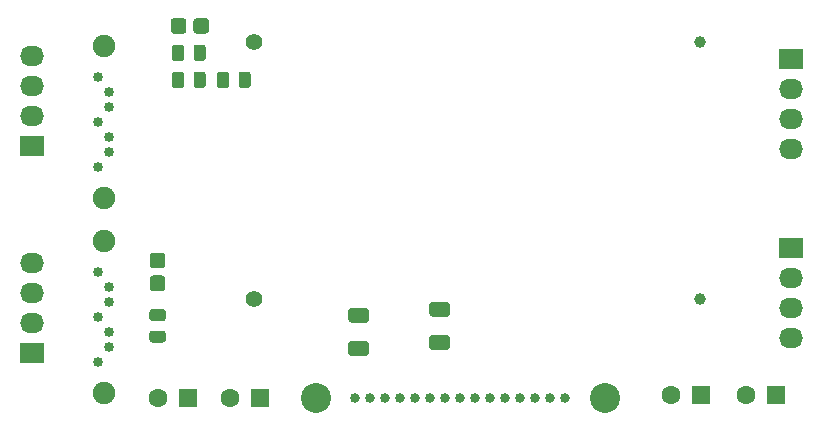
<source format=gbr>
%TF.GenerationSoftware,KiCad,Pcbnew,(5.1.10)-1*%
%TF.CreationDate,2021-07-19T20:27:22+08:00*%
%TF.ProjectId,2.5_SAS_Backend,322e355f-5341-4535-9f42-61636b656e64,rev?*%
%TF.SameCoordinates,Original*%
%TF.FileFunction,Soldermask,Top*%
%TF.FilePolarity,Negative*%
%FSLAX46Y46*%
G04 Gerber Fmt 4.6, Leading zero omitted, Abs format (unit mm)*
G04 Created by KiCad (PCBNEW (5.1.10)-1) date 2021-07-19 20:27:22*
%MOMM*%
%LPD*%
G01*
G04 APERTURE LIST*
%ADD10C,1.000000*%
%ADD11C,1.400000*%
%ADD12C,1.900000*%
%ADD13C,0.850000*%
%ADD14C,0.840000*%
%ADD15C,2.540000*%
%ADD16C,1.600000*%
%ADD17R,1.600000X1.600000*%
%ADD18R,2.030000X1.730000*%
%ADD19O,2.030000X1.730000*%
G04 APERTURE END LIST*
%TO.C,F2*%
G36*
G01*
X67955000Y-58941000D02*
X69205000Y-58941000D01*
G75*
G02*
X69455000Y-59191000I0J-250000D01*
G01*
X69455000Y-59941000D01*
G75*
G02*
X69205000Y-60191000I-250000J0D01*
G01*
X67955000Y-60191000D01*
G75*
G02*
X67705000Y-59941000I0J250000D01*
G01*
X67705000Y-59191000D01*
G75*
G02*
X67955000Y-58941000I250000J0D01*
G01*
G37*
G36*
G01*
X67955000Y-56141000D02*
X69205000Y-56141000D01*
G75*
G02*
X69455000Y-56391000I0J-250000D01*
G01*
X69455000Y-57141000D01*
G75*
G02*
X69205000Y-57391000I-250000J0D01*
G01*
X67955000Y-57391000D01*
G75*
G02*
X67705000Y-57141000I0J250000D01*
G01*
X67705000Y-56391000D01*
G75*
G02*
X67955000Y-56141000I250000J0D01*
G01*
G37*
%TD*%
%TO.C,F1*%
G36*
G01*
X61097000Y-59449000D02*
X62347000Y-59449000D01*
G75*
G02*
X62597000Y-59699000I0J-250000D01*
G01*
X62597000Y-60449000D01*
G75*
G02*
X62347000Y-60699000I-250000J0D01*
G01*
X61097000Y-60699000D01*
G75*
G02*
X60847000Y-60449000I0J250000D01*
G01*
X60847000Y-59699000D01*
G75*
G02*
X61097000Y-59449000I250000J0D01*
G01*
G37*
G36*
G01*
X61097000Y-56649000D02*
X62347000Y-56649000D01*
G75*
G02*
X62597000Y-56899000I0J-250000D01*
G01*
X62597000Y-57649000D01*
G75*
G02*
X62347000Y-57899000I-250000J0D01*
G01*
X61097000Y-57899000D01*
G75*
G02*
X60847000Y-57649000I0J250000D01*
G01*
X60847000Y-56899000D01*
G75*
G02*
X61097000Y-56649000I250000J0D01*
G01*
G37*
%TD*%
D10*
%TO.C,U1*%
X90630000Y-34163000D03*
D11*
X52880000Y-34163000D03*
%TD*%
%TO.C,R4*%
G36*
G01*
X46947500Y-34601999D02*
X46947500Y-35502001D01*
G75*
G02*
X46697501Y-35752000I-249999J0D01*
G01*
X46172499Y-35752000D01*
G75*
G02*
X45922500Y-35502001I0J249999D01*
G01*
X45922500Y-34601999D01*
G75*
G02*
X46172499Y-34352000I249999J0D01*
G01*
X46697501Y-34352000D01*
G75*
G02*
X46947500Y-34601999I0J-249999D01*
G01*
G37*
G36*
G01*
X48772500Y-34601999D02*
X48772500Y-35502001D01*
G75*
G02*
X48522501Y-35752000I-249999J0D01*
G01*
X47997499Y-35752000D01*
G75*
G02*
X47747500Y-35502001I0J249999D01*
G01*
X47747500Y-34601999D01*
G75*
G02*
X47997499Y-34352000I249999J0D01*
G01*
X48522501Y-34352000D01*
G75*
G02*
X48772500Y-34601999I0J-249999D01*
G01*
G37*
%TD*%
%TO.C,R3*%
G36*
G01*
X47747500Y-37788001D02*
X47747500Y-36887999D01*
G75*
G02*
X47997499Y-36638000I249999J0D01*
G01*
X48522501Y-36638000D01*
G75*
G02*
X48772500Y-36887999I0J-249999D01*
G01*
X48772500Y-37788001D01*
G75*
G02*
X48522501Y-38038000I-249999J0D01*
G01*
X47997499Y-38038000D01*
G75*
G02*
X47747500Y-37788001I0J249999D01*
G01*
G37*
G36*
G01*
X45922500Y-37788001D02*
X45922500Y-36887999D01*
G75*
G02*
X46172499Y-36638000I249999J0D01*
G01*
X46697501Y-36638000D01*
G75*
G02*
X46947500Y-36887999I0J-249999D01*
G01*
X46947500Y-37788001D01*
G75*
G02*
X46697501Y-38038000I-249999J0D01*
G01*
X46172499Y-38038000D01*
G75*
G02*
X45922500Y-37788001I0J249999D01*
G01*
G37*
%TD*%
%TO.C,R2*%
G36*
G01*
X51557500Y-37788001D02*
X51557500Y-36887999D01*
G75*
G02*
X51807499Y-36638000I249999J0D01*
G01*
X52332501Y-36638000D01*
G75*
G02*
X52582500Y-36887999I0J-249999D01*
G01*
X52582500Y-37788001D01*
G75*
G02*
X52332501Y-38038000I-249999J0D01*
G01*
X51807499Y-38038000D01*
G75*
G02*
X51557500Y-37788001I0J249999D01*
G01*
G37*
G36*
G01*
X49732500Y-37788001D02*
X49732500Y-36887999D01*
G75*
G02*
X49982499Y-36638000I249999J0D01*
G01*
X50507501Y-36638000D01*
G75*
G02*
X50757500Y-36887999I0J-249999D01*
G01*
X50757500Y-37788001D01*
G75*
G02*
X50507501Y-38038000I-249999J0D01*
G01*
X49982499Y-38038000D01*
G75*
G02*
X49732500Y-37788001I0J249999D01*
G01*
G37*
%TD*%
%TO.C,D2*%
G36*
G01*
X47744500Y-33166000D02*
X47744500Y-32366000D01*
G75*
G02*
X47994500Y-32116000I250000J0D01*
G01*
X48819500Y-32116000D01*
G75*
G02*
X49069500Y-32366000I0J-250000D01*
G01*
X49069500Y-33166000D01*
G75*
G02*
X48819500Y-33416000I-250000J0D01*
G01*
X47994500Y-33416000D01*
G75*
G02*
X47744500Y-33166000I0J250000D01*
G01*
G37*
G36*
G01*
X45819500Y-33166000D02*
X45819500Y-32366000D01*
G75*
G02*
X46069500Y-32116000I250000J0D01*
G01*
X46894500Y-32116000D01*
G75*
G02*
X47144500Y-32366000I0J-250000D01*
G01*
X47144500Y-33166000D01*
G75*
G02*
X46894500Y-33416000I-250000J0D01*
G01*
X46069500Y-33416000D01*
G75*
G02*
X45819500Y-33166000I0J250000D01*
G01*
G37*
%TD*%
D12*
%TO.C,U5*%
X40132000Y-63874000D03*
X40132000Y-50934000D03*
D13*
X39632000Y-61214000D03*
X40632000Y-59944000D03*
X40632000Y-58674000D03*
X39632000Y-57404000D03*
X40632000Y-56134000D03*
X40632000Y-54864000D03*
X39632000Y-53594000D03*
%TD*%
D12*
%TO.C,U3*%
X40132000Y-47364000D03*
X40132000Y-34424000D03*
D13*
X39632000Y-44704000D03*
X40632000Y-43434000D03*
X40632000Y-42164000D03*
X39632000Y-40894000D03*
X40632000Y-39624000D03*
X40632000Y-38354000D03*
X39632000Y-37084000D03*
%TD*%
D10*
%TO.C,U4*%
X90630000Y-55880000D03*
D11*
X52880000Y-55880000D03*
%TD*%
D14*
%TO.C,U2*%
X62680000Y-64262000D03*
X63950000Y-64262000D03*
X61410000Y-64262000D03*
X67760000Y-64262000D03*
X65220000Y-64262000D03*
X66490000Y-64262000D03*
X69030000Y-64262000D03*
X70300000Y-64262000D03*
X71570000Y-64262000D03*
X72840000Y-64262000D03*
X74110000Y-64262000D03*
X75380000Y-64262000D03*
X76650000Y-64262000D03*
X77920000Y-64262000D03*
X79190000Y-64262000D03*
D15*
X58140600Y-64262000D03*
X82550000Y-64262000D03*
%TD*%
D16*
%TO.C,5V_C2*%
X88178000Y-64008000D03*
D17*
X90678000Y-64008000D03*
%TD*%
D16*
%TO.C,12V_C3*%
X44744000Y-64262000D03*
D17*
X47244000Y-64262000D03*
%TD*%
D16*
%TO.C,12V_C4*%
X50840000Y-64262000D03*
D17*
X53340000Y-64262000D03*
%TD*%
%TO.C,D1*%
G36*
G01*
X45104000Y-53294000D02*
X44304000Y-53294000D01*
G75*
G02*
X44054000Y-53044000I0J250000D01*
G01*
X44054000Y-52219000D01*
G75*
G02*
X44304000Y-51969000I250000J0D01*
G01*
X45104000Y-51969000D01*
G75*
G02*
X45354000Y-52219000I0J-250000D01*
G01*
X45354000Y-53044000D01*
G75*
G02*
X45104000Y-53294000I-250000J0D01*
G01*
G37*
G36*
G01*
X45104000Y-55219000D02*
X44304000Y-55219000D01*
G75*
G02*
X44054000Y-54969000I0J250000D01*
G01*
X44054000Y-54144000D01*
G75*
G02*
X44304000Y-53894000I250000J0D01*
G01*
X45104000Y-53894000D01*
G75*
G02*
X45354000Y-54144000I0J-250000D01*
G01*
X45354000Y-54969000D01*
G75*
G02*
X45104000Y-55219000I-250000J0D01*
G01*
G37*
%TD*%
%TO.C,R1*%
G36*
G01*
X45154001Y-57766000D02*
X44253999Y-57766000D01*
G75*
G02*
X44004000Y-57516001I0J249999D01*
G01*
X44004000Y-56990999D01*
G75*
G02*
X44253999Y-56741000I249999J0D01*
G01*
X45154001Y-56741000D01*
G75*
G02*
X45404000Y-56990999I0J-249999D01*
G01*
X45404000Y-57516001D01*
G75*
G02*
X45154001Y-57766000I-249999J0D01*
G01*
G37*
G36*
G01*
X45154001Y-59591000D02*
X44253999Y-59591000D01*
G75*
G02*
X44004000Y-59341001I0J249999D01*
G01*
X44004000Y-58815999D01*
G75*
G02*
X44253999Y-58566000I249999J0D01*
G01*
X45154001Y-58566000D01*
G75*
G02*
X45404000Y-58815999I0J-249999D01*
G01*
X45404000Y-59341001D01*
G75*
G02*
X45154001Y-59591000I-249999J0D01*
G01*
G37*
%TD*%
D18*
%TO.C,M1*%
X98298000Y-51562000D03*
D19*
X98298000Y-54102000D03*
X98298000Y-56642000D03*
X98298000Y-59182000D03*
%TD*%
D18*
%TO.C,M2*%
X98298000Y-35560000D03*
D19*
X98298000Y-38100000D03*
X98298000Y-40640000D03*
X98298000Y-43180000D03*
%TD*%
D18*
%TO.C,M3*%
X34036000Y-42926000D03*
D19*
X34036000Y-40386000D03*
X34036000Y-37846000D03*
X34036000Y-35306000D03*
%TD*%
D18*
%TO.C,M4*%
X34036000Y-60452000D03*
D19*
X34036000Y-57912000D03*
X34036000Y-55372000D03*
X34036000Y-52832000D03*
%TD*%
D16*
%TO.C,5V_C1*%
X94528000Y-64008000D03*
D17*
X97028000Y-64008000D03*
%TD*%
M02*

</source>
